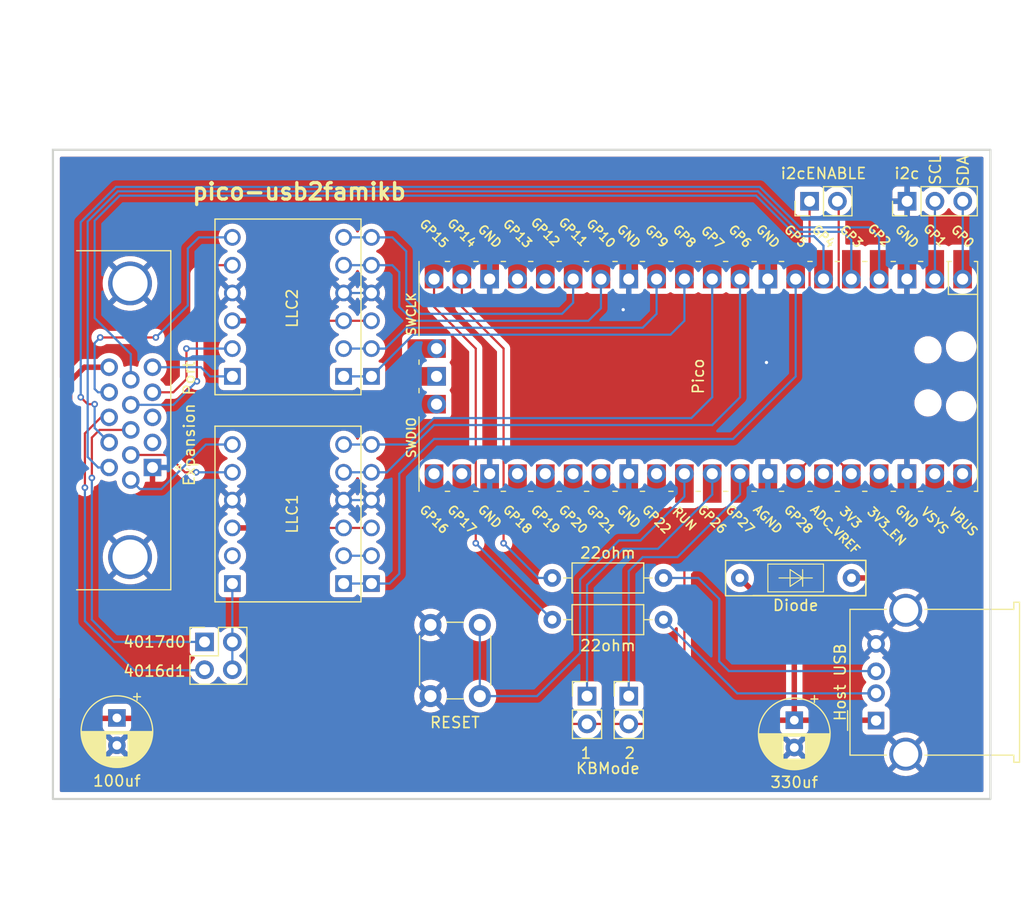
<source format=kicad_pcb>
(kicad_pcb (version 20221018) (generator pcbnew)
  (layers (0 "F.Cu" signal) (31 "B.Cu" signal) (34 "B.Paste" user) (35 "F.Paste" user) (36 "B.SilkS" user "B.Silkscreen") (37 "F.SilkS" user "F.Silkscreen") (38 "B.Mask" user) (39 "F.Mask" user) (44 "Edge.Cuts" user))
  (net 0 "")
  (net 1 "+5v")
  (net 2 "usb_d+")
  (net 3 "usb_d-")
  (net 4 "i2c1")
  (net 5 "i2c2")
  (net 6 "4016d1")
  (net 7 "4017d0")
  (net 8 "picod0d1")
  (net 9 "4017d1")
  (net 10 "4017d2")
  (net 11 "4017d3")
  (net 12 "4017d4")
  (net 13 "4017oe")
  (net 14 "fcout1")
  (net 15 "fcout2")
  (net 16 "fcout0")
  (net 17 "4016oe")
  (net 18 "fcd0d1")
  (net 19 "pico4017d1")
  (net 20 "pico4017d2")
  (net 21 "pico4017d3")
  (net 22 "pico4017d4")
  (net 23 "pico4017oe")
  (net 24 "pico4016oe")
  (net 25 "pico_usb_d+")
  (net 26 "pico_usb_d-")
  (net 27 "+3.3v")
  (net 28 "i2chosten")
  (net 29 "kbmode0")
  (net 30 "kbmode1")
  (net 31 "resetbtn")
  (net 32 "pico5v")
  (net 33 "GND")
  (net 34 "sparel2")
  (footprint "" (layer "F.Cu") (at 146.685 97.663)
    (fp_text reference "" (at 0 0) (layer "F.SilkS") (effects (font (size 1.27 1.27))))
    (fp_text value "" (at 0 0) (layer "F.SilkS") (effects (font (size 1.27 1.27))))
    (pad "LV2" thru_hole circle (at 0 0 180) (size 1.524 1.524) (drill 1.016) (layers "*.Cu" "*.Mask") (net 34 "sparel2"))
  )
  (footprint "" (layer "F.Cu") (at 146.685 78.74)
    (fp_text reference "" (at 0 0) (layer "F.SilkS") (effects (font (size 1.27 1.27))))
    (fp_text value "" (at 0 0) (layer "F.SilkS") (effects (font (size 1.27 1.27))))
    (pad "LV2" thru_hole circle (at 0 0 180) (size 1.524 1.524) (drill 1.016) (layers "*.Cu" "*.Mask") (net 22 "pico4017d4"))
  )
  (footprint "Capacitor_THT:CP_Radial_D6.3mm_P2.50mm" (layer "F.Cu") (at 123.444 112.482621 -90)
    (fp_text reference "100uf" (at 5.754379 0) (layer "F.SilkS"))
    (fp_text value "CP_Radial_D6.3mm_P2.50mm")
    (pad "1" thru_hole rect (at 0 0 270) (size 1.6 1.6) (drill 0.8) (layers "*.Cu" "*.Mask") (net 1 "+5v"))
    (pad "2" thru_hole circle (at 2.5 0 270) (size 1.6 1.6) (drill 0.8) (layers "*.Cu" "*.Mask") (net 33 "GND"))
  )
  (footprint "Diode_SMD:D_MELF-RM10_Universal_Handsoldering" (layer "F.Cu") (at 185.42 99.695 180)
    (fp_text reference "Diode" (at 0 -2.5) (layer "F.SilkS"))
    (fp_text value "D_MELF-RM10_Universal_Handsoldering")
    (pad "1" thru_hole circle (at -5.1 0 180) (size 1.6 1.6) (drill 0.8) (layers "*.Cu" "*.Mask") (net 32 "pico5v"))
    (pad "2" thru_hole circle (at 5.1 0) (size 1.6 1.6) (drill 0.8) (layers "*.Cu" "*.Mask") (net 1 "+5v"))
  )
  (footprint "Button_Switch_THT:SW_PUSH_6mm" (layer "F.Cu") (at 156.5804 103.9888 -90)
    (fp_text reference "RESET" (at 8.9142 2.2754) (layer "F.SilkS"))
    (fp_text value "SW_PUSH_6mm")
    (pad "1" thru_hole circle (at 0 0) (size 2 2) (drill 1.1) (layers "*.Cu" "*.Mask") (net 31 "resetbtn"))
    (pad "1" thru_hole circle (at 6.5 0) (size 2 2) (drill 1.1) (layers "*.Cu" "*.Mask") (net 31 "resetbtn"))
    (pad "2" thru_hole circle (at 0 4.5) (size 2 2) (drill 1.1) (layers "*.Cu" "*.Mask") (net 33 "GND"))
    (pad "2" thru_hole circle (at 6.5 4.5) (size 2 2) (drill 1.1) (layers "*.Cu" "*.Mask") (net 33 "GND"))
  )
  (footprint "" (layer "F.Cu") (at 146.685 76.2)
    (fp_text reference "" (at 0 0) (layer "F.SilkS") (effects (font (size 1.27 1.27))))
    (fp_text value "" (at 0 0) (layer "F.SilkS") (effects (font (size 1.27 1.27))))
    (pad "LV" thru_hole circle (at 0 0 180) (size 1.524 1.524) (drill 1.016) (layers "*.Cu" "*.Mask") (net 27 "+3.3v"))
  )
  (footprint "Connector_PinHeader_2.54mm:PinHeader_1x03_P2.54mm_Vertical" (layer "F.Cu") (at 195.595 65.278 90)
    (fp_text reference "i2c" (at 2.54 -0.015) (layer "F.SilkS"))
    (fp_text value "PinHeader_1x03_P2.54mm_Vertical")
    (pad "1" thru_hole rect (at 0 0 90) (size 1.7 1.7) (drill 1) (layers "*.Cu" "*.Mask") (net 33 "GND"))
    (pad "2" thru_hole oval (at 0 2.54 90) (size 1.7 1.7) (drill 1) (layers "*.Cu" "*.Mask") (net 5 "i2c2"))
    (pad "3" thru_hole oval (at 0 5.08 90) (size 1.7 1.7) (drill 1) (layers "*.Cu" "*.Mask") (net 4 "i2c1"))
  )
  (footprint "" (layer "F.Cu") (at 146.685 73.66)
    (fp_text reference "" (at 0 0) (layer "F.SilkS") (effects (font (size 1.27 1.27))))
    (fp_text value "" (at 0 0) (layer "F.SilkS") (effects (font (size 1.27 1.27))))
    (pad "GND_2" thru_hole circle (at 0 0 180) (size 1.524 1.524) (drill 1.016) (layers "*.Cu" "*.Mask") (net 33 "GND"))
  )
  (footprint "CustLibrary:CONV_BOB-12009" (layer "F.Cu") (at 139.065 93.853 180)
    (fp_text reference "LLC1" (at -0.381 0 90) (layer "F.SilkS"))
    (fp_text value "CONV_BOB-12009")
    (pad "GND_1" thru_hole circle (at 5.08 1.27 180) (size 1.524 1.524) (drill 1.016) (layers "*.Cu" "*.Mask") (net 33 "GND"))
    (pad "GND_2" thru_hole circle (at -5.08 1.27 180) (size 1.524 1.524) (drill 1.016) (layers "*.Cu" "*.Mask") (net 33 "GND"))
    (pad "HV" thru_hole circle (at 5.08 -1.27 180) (size 1.524 1.524) (drill 1.016) (layers "*.Cu" "*.Mask") (net 1 "+5v"))
    (pad "HV1" thru_hole rect (at 5.08 -6.35 180) (size 1.524 1.524) (drill 1.016) (layers "*.Cu" "*.Mask") (net 18 "fcd0d1"))
    (pad "HV2" thru_hole circle (at 5.08 -3.81 180) (size 1.524 1.524) (drill 1.016) (layers "*.Cu" "*.Mask"))
    (pad "HV3" thru_hole circle (at 5.08 3.81 180) (size 1.524 1.524) (drill 1.016) (layers "*.Cu" "*.Mask") (net 9 "4017d1"))
    (pad "HV4" thru_hole circle (at 5.08 6.35 180) (size 1.524 1.524) (drill 1.016) (layers "*.Cu" "*.Mask") (net 10 "4017d2"))
    (pad "LV" thru_hole circle (at -5.08 -1.27 180) (size 1.524 1.524) (drill 1.016) (layers "*.Cu" "*.Mask") (net 27 "+3.3v"))
    (pad "LV1" thru_hole rect (at -5.08 -6.35 180) (size 1.524 1.524) (drill 1.016) (layers "*.Cu" "*.Mask") (net 8 "picod0d1"))
    (pad "LV2" thru_hole circle (at -5.08 -3.81 180) (size 1.524 1.524) (drill 1.016) (layers "*.Cu" "*.Mask") (net 34 "sparel2"))
    (pad "LV3" thru_hole circle (at -5.08 3.81 180) (size 1.524 1.524) (drill 1.016) (layers "*.Cu" "*.Mask") (net 19 "pico4017d1"))
    (pad "LV4" thru_hole circle (at -5.08 6.35 180) (size 1.524 1.524) (drill 1.016) (layers "*.Cu" "*.Mask") (net 20 "pico4017d2"))
  )
  (footprint "" (layer "F.Cu") (at 146.685 81.28)
    (fp_text reference "" (at 0 0) (layer "F.SilkS") (effects (font (size 1.27 1.27))))
    (fp_text value "" (at 0 0) (layer "F.SilkS") (effects (font (size 1.27 1.27))))
    (pad "LV1" thru_hole rect (at 0 0 180) (size 1.524 1.524) (drill 1.016) (layers "*.Cu" "*.Mask") (net 21 "pico4017d3"))
  )
  (footprint "Capacitor_THT:CP_Radial_D6.3mm_P2.50mm" (layer "F.Cu") (at 185.293 112.689 -90)
    (fp_text reference "330uf" (at 5.675 0) (layer "F.SilkS"))
    (fp_text value "CP_Radial_D6.3mm_P2.50mm")
    (pad "1" thru_hole rect (at 0 0 270) (size 1.6 1.6) (drill 0.8) (layers "*.Cu" "*.Mask") (net 1 "+5v"))
    (pad "2" thru_hole circle (at 2.5 0 270) (size 1.6 1.6) (drill 0.8) (layers "*.Cu" "*.Mask") (net 33 "GND"))
  )
  (footprint "Connector_PinHeader_2.54mm:PinHeader_2x02_P2.54mm_Vertical" (layer "F.Cu") (at 131.445 105.537)
    (fp_text reference "4017d0" (at -4.572 0) (layer "F.SilkS"))
    (fp_text value "PinHeader_2x02_P2.54mm_Vertical")
    (pad "1" thru_hole rect (at 0 0) (size 1.7 1.7) (drill 1) (layers "*.Cu" "*.Mask") (net 7 "4017d0"))
    (pad "2" thru_hole oval (at 2.54 0) (size 1.7 1.7) (drill 1) (layers "*.Cu" "*.Mask") (net 18 "fcd0d1"))
    (pad "3" thru_hole oval (at 0 2.54) (size 1.7 1.7) (drill 1) (layers "*.Cu" "*.Mask") (net 6 "4016d1"))
    (pad "4" thru_hole oval (at 2.54 2.54) (size 1.7 1.7) (drill 1) (layers "*.Cu" "*.Mask") (net 18 "fcd0d1"))
  )
  (footprint "Connector_USB:USB_A_Molex_67643_Horizontal" (layer "F.Cu") (at 192.76 112.72 90)
    (fp_text reference "Host USB" (at 3.5 -3.276 90) (layer "F.SilkS"))
    (fp_text value "USB_A_Molex_67643_Horizontal")
    (pad "1" thru_hole rect (at 0 0 90) (size 1.6 1.5) (drill 0.95) (layers "*.Cu" "*.Mask") (net 1 "+5v"))
    (pad "2" thru_hole circle (at 2.5 0 90) (size 1.6 1.6) (drill 0.95) (layers "*.Cu" "*.Mask") (net 3 "usb_d-"))
    (pad "3" thru_hole circle (at 4.5 0 90) (size 1.6 1.6) (drill 0.95) (layers "*.Cu" "*.Mask") (net 2 "usb_d+"))
    (pad "4" thru_hole circle (at 7 0 90) (size 1.6 1.6) (drill 0.95) (layers "*.Cu" "*.Mask") (net 33 "GND"))
    (pad "5" thru_hole circle (at -3.07 2.71 90) (size 3 3) (drill 2.3) (layers "*.Cu" "*.Mask") (net 33 "GND"))
    (pad "5" thru_hole circle (at 10.07 2.71 90) (size 3 3) (drill 2.3) (layers "*.Cu" "*.Mask") (net 33 "GND"))
  )
  (footprint "" (layer "F.Cu") (at 146.685 87.503)
    (fp_text reference "" (at 0 0) (layer "F.SilkS") (effects (font (size 1.27 1.27))))
    (fp_text value "" (at 0 0) (layer "F.SilkS") (effects (font (size 1.27 1.27))))
    (pad "LV4" thru_hole circle (at 0 0 180) (size 1.524 1.524) (drill 1.016) (layers "*.Cu" "*.Mask") (net 20 "pico4017d2"))
  )
  (footprint "Connector_PinHeader_2.54mm:PinHeader_1x02_P2.54mm_Vertical" (layer "F.Cu") (at 186.69 65.278 90)
    (fp_text reference "i2cENABLE" (at 2.54 1.27) (layer "F.SilkS"))
    (fp_text value "PinHeader_1x02_P2.54mm_Vertical")
    (pad "1" thru_hole rect (at 0 0 90) (size 1.7 1.7) (drill 1) (layers "*.Cu" "*.Mask") (net 28 "i2chosten"))
    (pad "2" thru_hole oval (at 0 2.54 90) (size 1.7 1.7) (drill 1) (layers "*.Cu" "*.Mask") (net 27 "+3.3v"))
  )
  (footprint "Resistor_THT:R_Axial_DIN0207_L6.3mm_D2.5mm_P10.16mm_Horizontal" (layer "F.Cu") (at 173.355 99.695 180)
    (fp_text reference "22ohm" (at 5.08 2.286) (layer "F.SilkS"))
    (fp_text value "R_Axial_DIN0207_L6.3mm_D2.5mm_P10.16mm_Horizontal")
    (pad "1" thru_hole circle (at 0 0 180) (size 1.6 1.6) (drill 0.8) (layers "*.Cu" "*.Mask") (net 2 "usb_d+"))
    (pad "2" thru_hole oval (at 10.16 0 180) (size 1.6 1.6) (drill 0.8) (layers "*.Cu" "*.Mask") (net 25 "pico_usb_d+"))
  )
  (footprint "" (layer "F.Cu") (at 146.685 95.123)
    (fp_text reference "" (at 0 0) (layer "F.SilkS") (effects (font (size 1.27 1.27))))
    (fp_text value "" (at 0 0) (layer "F.SilkS") (effects (font (size 1.27 1.27))))
    (pad "LV" thru_hole circle (at 0 0 180) (size 1.524 1.524) (drill 1.016) (layers "*.Cu" "*.Mask") (net 27 "+3.3v"))
  )
  (footprint "CustLibrary:CONV_BOB-12009" (layer "F.Cu") (at 139.065 74.93 180)
    (fp_text reference "LLC2" (at -0.381 -0.127 90) (layer "F.SilkS"))
    (fp_text value "CONV_BOB-12009")
    (pad "GND_1" thru_hole circle (at 5.08 1.27 180) (size 1.524 1.524) (drill 1.016) (layers "*.Cu" "*.Mask") (net 33 "GND"))
    (pad "GND_2" thru_hole circle (at -5.08 1.27 180) (size 1.524 1.524) (drill 1.016) (layers "*.Cu" "*.Mask") (net 33 "GND"))
    (pad "HV" thru_hole circle (at 5.08 -1.27 180) (size 1.524 1.524) (drill 1.016) (layers "*.Cu" "*.Mask") (net 1 "+5v"))
    (pad "HV1" thru_hole rect (at 5.08 -6.35 180) (size 1.524 1.524) (drill 1.016) (layers "*.Cu" "*.Mask") (net 11 "4017d3"))
    (pad "HV2" thru_hole circle (at 5.08 -3.81 180) (size 1.524 1.524) (drill 1.016) (layers "*.Cu" "*.Mask") (net 12 "4017d4"))
    (pad "HV3" thru_hole circle (at 5.08 3.81 180) (size 1.524 1.524) (drill 1.016) (layers "*.Cu" "*.Mask") (net 13 "4017oe"))
    (pad "HV4" thru_hole circle (at 5.08 6.35 180) (size 1.524 1.524) (drill 1.016) (layers "*.Cu" "*.Mask") (net 17 "4016oe"))
    (pad "LV" thru_hole circle (at -5.08 -1.27 180) (size 1.524 1.524) (drill 1.016) (layers "*.Cu" "*.Mask") (net 27 "+3.3v"))
    (pad "LV1" thru_hole rect (at -5.08 -6.35 180) (size 1.524 1.524) (drill 1.016) (layers "*.Cu" "*.Mask") (net 21 "pico4017d3"))
    (pad "LV2" thru_hole circle (at -5.08 -3.81 180) (size 1.524 1.524) (drill 1.016) (layers "*.Cu" "*.Mask") (net 22 "pico4017d4"))
    (pad "LV3" thru_hole circle (at -5.08 3.81 180) (size 1.524 1.524) (drill 1.016) (layers "*.Cu" "*.Mask") (net 23 "pico4017oe"))
    (pad "LV4" thru_hole circle (at -5.08 6.35 180) (size 1.524 1.524) (drill 1.016) (layers "*.Cu" "*.Mask") (net 24 "pico4016oe"))
  )
  (footprint "" (layer "F.Cu") (at 146.685 68.58)
    (fp_text reference "" (at 0 0) (layer "F.SilkS") (effects (font (size 1.27 1.27))))
    (fp_text value "" (at 0 0) (layer "F.SilkS") (effects (font (size 1.27 1.27))))
    (pad "LV4" thru_hole circle (at 0 0 180) (size 1.524 1.524) (drill 1.016) (layers "*.Cu" "*.Mask") (net 24 "pico4016oe"))
  )
  (footprint "Connector_Dsub:DSUB-15-HD_Female_Horizontal_P2.29x1.98mm_EdgePinOffset3.03mm_Housed_MountingHolesOffset4.94mm" (layer "F.Cu") (at 126.6952 89.6018 -90)
    (fp_text reference "Expansion Port" (at -4.0038 -3.3528 90) (layer "F.SilkS"))
    (fp_text value "DSUB-15-HD_Female_Horizontal_P2.29x1.98mm_EdgePinOffset3.03mm_Housed_MountingHolesOffset4.94mm")
    (pad "0" thru_hole circle (at -16.815 2.05 270) (size 4 4) (drill 3.2) (layers "*.Cu" "*.Mask") (net 33 "GND"))
    (pad "0" thru_hole circle (at 8.185 2.05 270) (size 4 4) (drill 3.2) (layers "*.Cu" "*.Mask") (net 33 "GND"))
    (pad "1" thru_hole rect (at 0 0 270) (size 1.6 1.6) (drill 1) (layers "*.Cu" "*.Mask") (net 33 "GND"))
    (pad "2" thru_hole circle (at -2.29 0 270) (size 1.6 1.6) (drill 1) (layers "*.Cu" "*.Mask"))
    (pad "3" thru_hole circle (at -4.58 0 270) (size 1.6 1.6) (drill 1) (layers "*.Cu" "*.Mask"))
    (pad "4" thru_hole circle (at -6.87 0 270) (size 1.6 1.6) (drill 1) (layers "*.Cu" "*.Mask") (net 12 "4017d4"))
    (pad "5" thru_hole circle (at -9.16 0 270) (size 1.6 1.6) (drill 1) (layers "*.Cu" "*.Mask") (net 11 "4017d3"))
    (pad "6" thru_hole circle (at 1.145 1.98 270) (size 1.6 1.6) (drill 1) (layers "*.Cu" "*.Mask") (net 10 "4017d2"))
    (pad "7" thru_hole circle (at -1.145 1.98 270) (size 1.6 1.6) (drill 1) (layers "*.Cu" "*.Mask") (net 9 "4017d1"))
    (pad "8" thru_hole circle (at -3.435 1.98 270) (size 1.6 1.6) (drill 1) (layers "*.Cu" "*.Mask") (net 7 "4017d0"))
    (pad "9" thru_hole circle (at -5.725 1.98 270) (size 1.6 1.6) (drill 1) (layers "*.Cu" "*.Mask") (net 13 "4017oe"))
    (pad "10" thru_hole circle (at -8.015 1.98 270) (size 1.6 1.6) (drill 1) (layers "*.Cu" "*.Mask") (net 15 "fcout2"))
    (pad "11" thru_hole circle (at 0 3.96 270) (size 1.6 1.6) (drill 1) (layers "*.Cu" "*.Mask") (net 14 "fcout1"))
    (pad "12" thru_hole circle (at -2.29 3.96 270) (size 1.6 1.6) (drill 1) (layers "*.Cu" "*.Mask") (net 16 "fcout0"))
    (pad "13" thru_hole circle (at -4.58 3.96 270) (size 1.6 1.6) (drill 1) (layers "*.Cu" "*.Mask") (net 6 "4016d1"))
    (pad "14" thru_hole circle (at -6.87 3.96 270) (size 1.6 1.6) (drill 1) (layers "*.Cu" "*.Mask") (net 17 "4016oe"))
    (pad "15" thru_hole circle (at -9.16 3.96 270) (size 1.6 1.6) (drill 1) (layers "*.Cu" "*.Mask") (net 1 "+5v"))
  )
  (footprint "" (layer "F.Cu") (at 146.685 71.12)
    (fp_text reference "" (at 0 0) (layer "F.SilkS") (effects (font (size 1.27 1.27))))
    (fp_text value "" (at 0 0) (layer "F.SilkS") (effects (font (size 1.27 1.27))))
    (pad "LV3" thru_hole circle (at 0 0 180) (size 1.524 1.524) (drill 1.016) (layers "*.Cu" "*.Mask") (net 23 "pico4017oe"))
  )
  (footprint "Resistor_THT:R_Axial_DIN0207_L6.3mm_D2.5mm_P10.16mm_Horizontal" (layer "F.Cu") (at 173.355 103.505 180)
    (fp_text reference "22ohm" (at 5.08 -2.37) (layer "F.SilkS"))
    (fp_text value "R_Axial_DIN0207_L6.3mm_D2.5mm_P10.16mm_Horizontal")
    (pad "1" thru_hole circle (at 0 0 180) (size 1.6 1.6) (drill 0.8) (layers "*.Cu" "*.Mask") (net 3 "usb_d-"))
    (pad "2" thru_hole oval (at 10.16 0 180) (size 1.6 1.6) (drill 0.8) (layers "*.Cu" "*.Mask") (net 26 "pico_usb_d-"))
  )
  (footprint "Connector_PinHeader_2.54mm:PinHeader_1x02_P2.54mm_Vertical" (layer "F.Cu") (at 170.18 110.49)
    (fp_text reference "1    2" (at -1.905 5.207) (layer "F.SilkS"))
    (fp_text value "PinHeader_1x02_P2.54mm_Vertical")
    (pad "1" thru_hole rect (at 0 0) (size 1.7 1.7) (drill 1) (layers "*.Cu" "*.Mask") (net 30 "kbmode1"))
    (pad "2" thru_hole oval (at 0 2.54) (size 1.7 1.7) (drill 1) (layers "*.Cu" "*.Mask") (net 27 "+3.3v"))
  )
  (footprint "Module:RPi_Pico_SMD_TH" (layer "F.Cu") (at 176.53 81.28 -90)
    (fp_text reference "Pico" (at 0 0 90) (layer "F.SilkS"))
    (fp_text value "RPi_Pico_SMD_TH")
    (fp_text user "GP9" (at -12.8 3.81 135) (layer "F.SilkS") (effects (font (size 0.8 0.8))))
    (fp_text user "GND" (at 12.8 -19.05 135) (layer "F.SilkS") (effects (font (size 0.8 0.8))))
    (fp_text user "GP22" (at 13.054 3.81 135) (layer "F.SilkS") (effects (font (size 0.8 0.8))))
    (fp_text user "AGND" (at 13.054 -6.35 135) (layer "F.SilkS") (effects (font (size 0.8 0.8))))
    (fp_text user "GP13" (at -13.054 16.51 135) (layer "F.SilkS") (effects (font (size 0.8 0.8))))
    (fp_text user "GP5" (at -12.8 -8.89 135) (layer "F.SilkS") (effects (font (size 0.8 0.8))))
    (fp_text user "GP6" (at -12.8 -3.81 135) (layer "F.SilkS") (effects (font (size 0.8 0.8))))
    (fp_text user "GP2" (at -12.9 -16.51 135) (layer "F.SilkS") (effects (font (size 0.8 0.8))))
    (fp_text user "GP4" (at -12.8 -11.43 135) (layer "F.SilkS") (effects (font (size 0.8 0.8))))
    (fp_text user "GP8" (at -12.8 1.27 135) (layer "F.SilkS") (effects (font (size 0.8 0.8))))
    (fp_text user "GND" (at 12.8 6.35 135) (layer "F.SilkS") (effects (font (size 0.8 0.8))))
    (fp_text user "GP10" (at -13.054 8.89 135) (layer "F.SilkS") (effects (font (size 0.8 0.8))))
    (fp_text user "GP19" (at 13.054 13.97 135) (layer "F.SilkS") (effects (font (size 0.8 0.8))))
    (fp_text user "GP12" (at -13.2 13.97 135) (layer "F.SilkS") (effects (font (size 0.8 0.8))))
    (fp_text user "VSYS" (at 13.2 -21.59 135) (layer "F.SilkS") (effects (font (size 0.8 0.8))))
    (fp_text user "GP0" (at -12.8 -24.13 135) (layer "F.SilkS") (effects (font (size 0.8 0.8))))
    (fp_text user "GP14" (at -13.1 21.59 135) (layer "F.SilkS") (effects (font (size 0.8 0.8))))
    (fp_text user "GP26" (at 13.054 -1.27 135) (layer "F.SilkS") (effects (font (size 0.8 0.8))))
    (fp_text user "SWCLK" (at -5.7 26.2 90) (layer "F.SilkS") (effects (font (size 0.8 0.8))))
    (fp_text user "VBUS" (at 13.3 -24.2 135) (layer "F.SilkS") (effects (font (size 0.8 0.8))))
    (fp_text user "ADC_VREF" (at 14 -12.5 135) (layer "F.SilkS") (effects (font (size 0.8 0.8))))
    (fp_text user "3V3" (at 12.9 -13.9 135) (layer "F.SilkS") (effects (font (size 0.8 0.8))))
    (fp_text user "GND" (at 12.8 19.05 135) (layer "F.SilkS") (effects (font (size 0.8 0.8))))
    (fp_text user "GND" (at -12.8 -19.05 135) (layer "F.SilkS") (effects (font (size 0.8 0.8))))
    (fp_text user "GP16" (at 13.054 24.13 135) (layer "F.SilkS") (effects (font (size 0.8 0.8))))
    (fp_text user "GP20" (at 13.054 11.43 135) (layer "F.SilkS") (effects (font (size 0.8 0.8))))
    (fp_text user "GP7" (at -12.7 -1.3 135) (layer "F.SilkS") (effects (font (size 0.8 0.8))))
    (fp_text user "GP21" (at 13.054 8.9 135) (layer "F.SilkS") (effects (font (size 0.8 0.8))))
    (fp_text user "GP11" (at -13.2 11.43 135) (layer "F.SilkS") (effects (font (size 0.8 0.8))))
    (fp_text user "GP1" (at -12.9 -21.6 135) (layer "F.SilkS") (effects (font (size 0.8 0.8))))
    (fp_text user "3V3_EN" (at 13.7 -17.2 135) (layer "F.SilkS") (effects (font (size 0.8 0.8))))
    (fp_text user "RUN" (at 13 1.27 135) (layer "F.SilkS") (effects (font (size 0.8 0.8))))
    (fp_text user "GND" (at -12.8 19.05 135) (layer "F.SilkS") (effects (font (size 0.8 0.8))))
    (fp_text user "GP18" (at 13.054 16.51 135) (layer "F.SilkS") (effects (font (size 0.8 0.8))))
    (fp_text user "GND" (at -12.8 6.35 135) (layer "F.SilkS") (effects (font (size 0.8 0.8))))
    (fp_text user "SWDIO" (at 5.6 26.2 90) (layer "F.SilkS") (effects (font (size 0.8 0.8))))
    (fp_text user "GP3" (at -12.8 -13.97 135) (layer "F.SilkS") (effects (font (size 0.8 0.8))))
    (fp_text user "GP15" (at -13.054 24.13 135) (layer "F.SilkS") (effects (font (size 0.8 0.8))))
    (fp_text user "GP17" (at 13.054 21.59 135) (layer "F.SilkS") (effects (font (size 0.8 0.8))))
    (fp_text user "GND" (at -12.8 -6.35 135) (layer "F.SilkS") (effects (font (size 0.8 0.8))))
    (fp_text user "GP28" (at 13.054 -9.144 135) (layer "F.SilkS") (effects (font (size 0.8 0.8))))
    (fp_text user "GP27" (at 13.054 -3.8 135) (layer "F.SilkS") (effects (font (size 0.8 0.8))))
    (pad "" np_thru_hole oval (at -2.725 -24 270) (size 1.8 1.8) (drill 1.8) (layers "*.Cu" "*.Mask"))
    (pad "" np_thru_hole oval (at -2.425 -20.97 270) (size 1.5 1.5) (drill 1.5) (layers "*.Cu" "*.Mask"))
    (pad "" np_thru_hole oval (at 2.425 -20.97 270) (size 1.5 1.5) (drill 1.5) (layers "*.Cu" "*.Mask"))
    (pad "" np_thru_hole oval (at 2.725 -24 270) (size 1.8 1.8) (drill 1.8) (layers "*.Cu" "*.Mask"))
    (pad "1" thru_hole oval (at -8.89 -24.13 270) (size 1.7 1.7) (drill 1.02) (layers "*.Cu" "*.Mask") (net 4 "i2c1"))
    (pad "1" smd rect (at -8.89 -24.13 270) (size 3.5 1.7) (drill (offset -0.9 0)) (layers "F.Cu" "F.Mask") (net 4 "i2c1"))
    (pad "2" thru_hole oval (at -8.89 -21.59 270) (size 1.7 1.7) (drill 1.02) (layers "*.Cu" "*.Mask") (net 5 "i2c2"))
    (pad "2" smd rect (at -8.89 -21.59 270) (size 3.5 1.7) (drill (offset -0.9 0)) (layers "F.Cu" "F.Mask") (net 5 "i2c2"))
    (pad "3" thru_hole rect (at -8.89 -19.05 270) (size 1.7 1.7) (drill 1.02) (layers "*.Cu" "*.Mask") (net 33 "GND"))
    (pad "3" smd rect (at -8.89 -19.05 270) (size 3.5 1.7) (drill (offset -0.9 0)) (layers "F.Cu" "F.Mask") (net 33 "GND"))
    (pad "4" thru_hole oval (at -8.89 -16.51 270) (size 1.7 1.7) (drill 1.02) (layers "*.Cu" "*.Mask") (net 16 "fcout0"))
    (pad "4" smd rect (at -8.89 -16.51 270) (size 3.5 1.7) (drill (offset -0.9 0)) (layers "F.Cu" "F.Mask") (net 16 "fcout0"))
    (pad "5" thru_hole oval (at -8.89 -13.97 270) (size 1.7 1.7) (drill 1.02) (layers "*.Cu" "*.Mask") (net 14 "fcout1"))
    (pad "5" smd rect (at -8.89 -13.97 270) (size 3.5 1.7) (drill (offset -0.9 0)) (layers "F.Cu" "F.Mask") (net 14 "fcout1"))
    (pad "6" thru_hole oval (at -8.89 -11.43 270) (size 1.7 1.7) (drill 1.02) (layers "*.Cu" "*.Mask") (net 15 "fcout2"))
    (pad "6" smd rect (at -8.89 -11.43 270) (size 3.5 1.7) (drill (offset -0.9 0)) (layers "F.Cu" "F.Mask") (net 15 "fcout2"))
    (pad "7" thru_hole oval (at -8.89 -8.89 270) (size 1.7 1.7) (drill 1.02) (layers "*.Cu" "*.Mask") (net 8 "picod0d1"))
    (pad "7" smd rect (at -8.89 -8.89 270) (size 3.5 1.7) (drill (offset -0.9 0)) (layers "F.Cu" "F.Mask") (net 8 "picod0d1"))
    (pad "8" thru_hole rect (at -8.89 -6.35 270) (size 1.7 1.7) (drill 1.02) (layers "*.Cu" "*.Mask") (net 33 "GND"))
    (pad "8" smd rect (at -8.89 -6.35 270) (size 3.5 1.7) (drill (offset -0.9 0)) (layers "F.Cu" "F.Mask") (net 33 "GND"))
    (pad "9" thru_hole oval (at -8.89 -3.81 270) (size 1.7 1.7) (drill 1.02) (layers "*.Cu" "*.Mask") (net 19 "pico4017d1"))
    (pad "9" smd rect (at -8.89 -3.81 270) (size 3.5 1.7) (drill (offset -0.9 0)) (layers "F.Cu" "F.Mask"))
    (pad "10" thru_hole oval (at -8.89 -1.27 270) (size 1.7 1.7) (drill 1.02) (layers "*.Cu" "*.Mask") (net 20 "pico4017d2"))
    (pad "10" smd rect (at -8.89 -1.27 270) (size 3.5 1.7) (drill (offset -0.9 0)) (layers "F.Cu" "F.Mask"))
    (pad "11" thru_hole oval (at -8.89 1.27 270) (size 1.7 1.7) (drill 1.02) (layers "*.Cu" "*.Mask") (net 21 "pico4017d3"))
    (pad "11" smd rect (at -8.89 1.27 270) (size 3.5 1.7) (drill (offset -0.9 0)) (layers "F.Cu" "F.Mask"))
    (pad "12" thru_hole oval (at -8.89 3.81 270) (size 1.7 1.7) (drill 1.02) (layers "*.Cu" "*.Mask") (net 22 "pico4017d4"))
    (pad "12" smd rect (at -8.89 3.81 270) (size 3.5 1.7) (drill (offset -0.9 0)) (layers "F.Cu" "F.Mask"))
    (pad "13" thru_hole rect (at -8.89 6.35 270) (size 1.7 1.7) (drill 1.02) (layers "*.Cu" "*.Mask") (net 33 "GND"))
    (pad "13" smd rect (at -8.89 6.35 270) (size 3.5 1.7) (drill (offset -0.9 0)) (layers "F.Cu" "F.Mask") (net 33 "GND"))
    (pad "14" thru_hole oval (at -8.89 8.89 270) (size 1.7 1.7) (drill 1.02) (layers "*.Cu" "*.Mask") (net 23 "pico4017oe"))
    (pad "14" smd rect (at -8.89 8.89 270) (size 3.5 1.7) (drill (offset -0.9 0)) (layers "F.Cu" "F.Mask"))
    (pad "15" thru_hole oval (at -8.89 11.43 270) (size 1.7 1.7) (drill 1.02) (layers "*.Cu" "*.Mask") (net 24 "pico4016oe"))
    (pad "15" smd rect (at -8.89 11.43 270) (size 3.5 1.7) (drill (offset -0.9 0)) (layers "F.Cu" "F.Mask"))
    (pad "16" thru_hole oval (at -8.89 13.97 270) (size 1.7 1.7) (drill 1.02) (layers "*.Cu" "*.Mask"))
    (pad "16" smd rect (at -8.89 13.97 270) (size 3.5 1.7) (drill (offset -0.9 0)) (layers "F.Cu" "F.Mask"))
    (pad "17" thru_hole oval (at -8.89 16.51 270) (size 1.7 1.7) (drill 1.02) (layers "*.Cu" "*.Mask"))
    (pad "17" smd rect (at -8.89 16.51 270) (size 3.5 1.7) (drill (offset -0.9 0)) (layers "F.Cu" "F.Mask"))
    (pad "18" thru_hole rect (at -8.89 19.05 270) (size 1.7 1.7) (drill 1.02) (layers "*.Cu" "*.Mask") (net 33 "GND"))
    (pad "18" smd rect (at -8.89 19.05 270) (size 3.5 1.7) (drill (offset -0.9 0)) (layers "F.Cu" "F.Mask") (net 33 "GND"))
    (pad "19" thru_hole oval (at -8.89 21.59 270) (size 1.7 1.7) (drill 1.02) (layers "*.Cu" "*.Mask") (net 25 "pico_usb_d+"))
    (pad "19" smd rect (at -8.89 21.59 270) (size 3.5 1.7) (drill (offset -0.9 0)) (layers "F.Cu" "F.Mask") (net 25 "pico_usb_d+"))
    (pad "20" thru_hole oval (at -8.89 24.13 270) (size 1.7 1.7) (drill 1.02) (layers "*.Cu" "*.Mask") (net 26 "pico_usb_d-"))
    (pad "20" smd rect (at -8.89 24.13 270) (size 3.5 1.7) (drill (offset -0.9 0)) (layers "F.Cu" "F.Mask") (net 26 "pico_usb_d-"))
    (pad "21" thru_hole oval (at 8.89 24.13 270) (size 1.7 1.7) (drill 1.02) (layers "*.Cu" "*.Mask"))
    (pad "21" smd rect (at 8.89 24.13 270) (size 3.5 1.7) (drill (offset 0.9 0)) (layers "F.Cu" "F.Mask"))
    (pad "22" thru_hole oval (at 8.89 21.59 270) (size 1.7 1.7) (drill 1.02) (layers "*.Cu" "*.Mask"))
    (pad "22" smd rect (at 8.89 21.59 270) (size 3.5 1.7) (drill (offset 0.9 0)) (layers "F.Cu" "F.Mask"))
    (pad "23" thru_hole rect (at 8.89 19.05 270) (size 1.7 1.7) (drill 1.02) (layers "*.Cu" "*.Mask") (net 33 "GND"))
    (pad "23" smd rect (at 8.89 19.05 270) (size 3.5 1.7) (drill (offset 0.9 0)) (layers "F.Cu" "F.Mask") (net 33 "GND"))
    (pad "24" thru_hole oval (at 8.89 16.51 270) (size 1.7 1.7) (drill 1.02) (layers "*.Cu" "*.Mask"))
    (pad "24" smd rect (at 8.89 16.51 270) (size 3.5 1.7) (drill (offset 0.9 0)) (layers "F.Cu" "F.Mask"))
    (pad "25" thru_hole oval (at 8.89 13.97 270) (size 1.7 1.7) (drill 1.02) (layers "*.Cu" "*.Mask"))
    (pad "25" smd rect (at 8.89 13.97 270) (size 3.5 1.7) (drill (offset 0.9 0)) (layers "F.Cu" "F.Mask"))
    (pad "26" thru_hole oval (at 8.89 11.43 270) (size 1.7 1.7) (drill 1.02) (layers "*.Cu" "*.Mask"))
    (pad "26" smd rect (at 8.89 11.43 270) (size 3.5 1.7) (drill (offset 0.9 0)) (layers "F.Cu" "F.Mask"))
    (pad "27" thru_hole oval (at 8.89 8.89 270) (size 1.7 1.7) (drill 1.02) (layers "*.Cu" "*.Mask"))
    (pad "27" smd rect (at 8.89 8.89 270) (size 3.5 1.7) (drill (offset 0.9 0)) (layers "F.Cu" "F.Mask"))
    (pad "28" thru_hole rect (at 8.89 6.35 270) (size 1.7 1.7) (drill 1.02) (layers "*.Cu" "*.Mask") (net 33 "GND"))
    (pad "28" smd rect (at 8.89 6.35 270) (size 3.5 1.7) (drill (offset 0.9 0)) (layers "F.Cu" "F.Mask") (net 33 "GND"))
    (pad "29" thru_hole oval (at 8.89 3.81 270) (size 1.7 1.7) (drill 1.02) (layers "*.Cu" "*.Mask"))
    (pad "29" smd rect (at 8.89 3.81 270) (size 3.5 1.7) (drill (offset 0.9 0)) (layers "F.Cu" "F.Mask"))
    (pad "30" thru_hole oval (at 8.89 1.27 270) (size 1.7 1.7) (drill 1.02) (layers "*.Cu" "*.Mask") (net 31 "resetbtn"))
    (pad "30" smd rect (at 8.89 1.27 270) (size 3.5 1.7) (drill (offset 0.9 0)) (layers "F.Cu" "F.Mask") (net 31 "resetbtn"))
    (pad "31" thru_hole oval (at 8.89 -1.27 270) (size 1.7 1.7) (drill 1.02) (layers "*.Cu" "*.Mask") (net 29 "kbmode0"))
    (pad "31" smd rect (at 8.89 -1.27 270) (size 3.5 1.7) (drill (offset 0.9 0)) (layers "F.Cu" "F.Mask") (net 29 "kbmode0"))
    (pad "32" thru_hole oval (at 8.89 -3.81 270) (size 1.7 1.7) (drill 1.02) (layers "*.Cu" "*.Mask") (net 30 "kbmode1"))
    (pad "32" smd rect (at 8.89 -3.81 270) (size 3.5 1.7) (drill (offset 0.9 0)) (layers "F.Cu" "F.Mask") (net 30 "kbmode1"))
    (pad "33" thru_hole rect (at 8.89 -6.35 270) (size 1.7 1.7) (drill 1.02) (layers "*.Cu" "*.Mask") (net 33 "GND"))
    (pad "33" smd rect (at 8.89 -6.35 270) (size 3.5 1.7) (drill (offset 0.9 0)) (layers "F.Cu" "F.Mask"))
    (pad "34" thru_hole oval (at 8.89 -8.89 270) (size 1.7 1.7) (drill 1.02) (layers "*.Cu" "*.Mask") (net 28 "i2chosten"))
    (pad "34" smd rect (at 8.89 -8.89 270) (size 3.5 1.7) (drill (offset 0.9 0)) (layers "F.Cu" "F.Mask") (net 28 "i2chosten"))
    (pad "35" thru_hole oval (at 8.89 -11.43 270) (size 1.7 1.7) (drill 1.02) (layers "*.Cu" "*.Mask"))
    (pad "35" smd rect (at 8.89 -11.43 270) (size 3.5 1.7) (drill (offset 0.9 0)) (layers "F.Cu" "F.Mask"))
    (pad "36" thru_hole oval (at 8.89 -13.97 270) (size 1.7 1.7) (drill 1.02) (layers "*.Cu" "*.Mask") (net 27 "+3.3v"))
    (pad "36" smd rect (at 8.89 -13.97 270) (size 3.5 1.7) (drill (offset 0.9 0)) (layers "F.Cu" "F.Mask") (net 27 "+3.3v"))
    (pad "37" thru_hole oval (at 8.89 -16.51 270) (size 1.7 1.7) (drill 1.02) (layers "*.Cu" "*.Mask"))
    (pad "37" smd rect (at 8.89 -16.51 270) (size 3.5 1.7) (drill (offset 0.9 0)) (layers "F.Cu" "F.Mask"))
    (pad "38" thru_hole rect (at 8.89 -19.05 270) (size 1.7 1.7) (drill 1.02) (layers "*.Cu" "*.Mask") (net 33 "GND"))
    (pad "38" smd rect (at 8.89 -19.05 270) (size 3.5 1.7) (drill (offset 0.9 0)) (layers "F.Cu" "F.Mask") (net 33 "GND"))
    (pad "39" thru_hole oval (at 8.89 -21.59 270) (size 1.7 1.7) (drill 1.02) (layers "*.Cu" "*.Mask") (net 32 "pico5v"))
    (pad "39" smd rect (at 8.89 -21.59 270) (size 3.5 1.7) (drill (offset 0.9 0)) (layers "F.Cu" "F.Mask") (net 32 "pico5v"))
    (pad "40" thru_hole oval (at 8.89 -24.13 270) (size 1.7 1.7) (drill 1.02) (layers "*.Cu" "*.Mask"))
    (pad "40" smd rect (at 8.89 -24.13 270) (size 3.5 1.7) (drill (offset 0.9 0)) (layers "F.Cu" "F.Mask"))
    (pad "41" thru_hole oval (at -2.54 23.9 270) (size 1.7 1.7) (drill 1.02) (layers "*.Cu" "*.Mask"))
    (pad "41" smd rect (at -2.54 23.9) (size 3.5 1.7) (drill (offset -0.9 0)) (layers "F.Cu" "F.Mask"))
    (pad "42" thru_hole rect (at 0 23.9 270) (size 1.7 1.7) (drill 1.02) (layers "*.Cu" "*.Mask"))
    (pad "42" smd rect (at 0 23.9) (size 3.5 1.7) (drill (offset -0.9 0)) (layers "F.Cu" "F.Mask"))
    (pad "43" thru_hole oval (at 2.54 23.9 270) (size 1.7 1.7) (drill 1.02) (layers "*.Cu" "*.Mask"))
    (pad "43" smd rect (at 2.54 23.9) (size 3.5 1.7) (drill (offset -0.9 0)) (layers "F.Cu" "F.Mask"))
  )
  (footprint "" (layer "F.Cu") (at 146.685 92.583)
    (fp_text reference "" (at 0 0) (layer "F.SilkS") (effects (font (size 1.27 1.27))))
    (fp_text value "" (at 0 0) (layer "F.SilkS") (effects (font (size 1.27 1.27))))
    (pad "GND_2" thru_hole circle (at 0 0 180) (size 1.524 1.524) (drill 1.016) (layers "*.Cu" "*.Mask") (net 33 "GND"))
  )
  (footprint "Connector_PinHeader_2.54mm:PinHeader_1x02_P2.54mm_Vertical" (layer "F.Cu") (at 166.37 110.49)
    (fp_text reference "KBMode" (at 1.905 6.604) (layer "F.SilkS"))
    (fp_text value "PinHeader_1x02_P2.54mm_Vertical")
    (pad "1" thru_hole rect (at 0 0) (size 1.7 1.7) (drill 1) (layers "*.Cu" "*.Mask") (net 29 "kbmode0"))
    (pad "2" thru_hole oval (at 0 2.54) (size 1.7 1.7) (drill 1) (layers "*.Cu" "*.Mask") (net 27 "+3.3v"))
  )
  (footprint "" (layer "F.Cu") (at 146.685 100.203)
    (fp_text reference "" (at 0 0) (layer "F.SilkS") (effects (font (size 1.27 1.27))))
    (fp_text value "" (at 0 0) (layer "F.SilkS") (effects (font (size 1.27 1.27))))
    (pad "LV1" thru_hole rect (at 0 0 180) (size 1.524 1.524) (drill 1.016) (layers "*.Cu" "*.Mask") (net 8 "picod0d1"))
  )
  (footprint "" (layer "F.Cu") (at 146.685 90.043)
    (fp_text reference "" (at 0 0) (layer "F.SilkS") (effects (font (size 1.27 1.27))))
    (fp_text value "" (at 0 0) (layer "F.SilkS") (effects (font (size 1.27 1.27))))
    (pad "LV3" thru_hole circle (at 0 0 180) (size 1.524 1.524) (drill 1.016) (layers "*.Cu" "*.Mask") (net 19 "pico4017d1"))
  )
  (gr_line (start 187.96 100.965) (end 187.96 98.425) (stroke (width 0.1)) (layer "F.SilkS"))
  (gr_line (start 186.944 99.695) (end 183.896 99.695) (stroke (width 0.1)) (layer "F.SilkS"))
  (gr_line (start 182.88 100.965) (end 187.96 100.965) (stroke (width 0.1)) (layer "F.SilkS"))
  (gr_rect (start 179.0192 98.085) (end 191.83 101.3206) (stroke (width 0.13)) (fill none) (layer "F.SilkS"))
  (gr_line (start 186.055 99.695) (end 184.912 100.457) (stroke (width 0.1)) (layer "F.SilkS"))
  (gr_line (start 186.055 99.695) (end 184.912 98.933) (stroke (width 0.1)) (layer "F.SilkS"))
  (gr_line (start 184.912 98.933) (end 184.912 100.457) (stroke (width 0.1)) (layer "F.SilkS"))
  (gr_line (start 186.055 98.933) (end 186.055 100.457) (stroke (width 0.1)) (layer "F.SilkS"))
  (gr_line (start 187.96 98.425) (end 182.88 98.425) (stroke (width 0.1)) (layer "F.SilkS"))
  (gr_line (start 182.88 98.425) (end 182.88 100.965) (stroke (width 0.1)) (layer "F.SilkS"))
  (gr_rect (start 117.602 60.579) (end 203.2 119.888) (stroke (width 0.2)) (fill none) (layer "Edge.Cuts"))
  (gr_text "pico-usb2famikb" (at 130.175 65.278) (layer "F.SilkS") (effects (font (size 1.5 1.5) (thickness 0.3) bold) (justify left bottom)))
  (gr_text "4016d1" (at 126.873 108.204) (layer "F.SilkS") (effects (font (size 1 1))))
  (gr_text "SDA" (at 201.295 64.008 90) (layer "F.SilkS") (effects (font (size 1 1)) (justify left bottom)))
  (gr_text "SCL" (at 198.755 63.881 90) (layer "F.SilkS") (effects (font (size 1 1)) (justify left bottom)))
  (segment (start 137.16 112.522) (end 145.542 112.522) (width 0.5) (layer "F.Cu") (net 1))
  (segment (start 137.16 96.52) (end 137.16 112.522) (width 0.5) (layer "F.Cu") (net 1))
  (segment (start 185.293 112.689) (end 185.293 104.668) (width 0.5) (layer "F.Cu") (net 1))
  (segment (start 148.082 115.062) (end 179.451 115.062) (width 0.5) (layer "F.Cu") (net 1))
  (segment (start 122.7352 80.4418) (end 120.4722 80.4418) (width 0.5) (layer "F.Cu") (net 1))
  (segment (start 120.4722 80.4418) (end 119.126 81.788) (width 0.5) (layer "F.Cu") (net 1))
  (segment (start 185.293 112.689) (end 192.729 112.689) (width 0.5) (layer "F.Cu") (net 1))
  (segment (start 181.824 112.689) (end 185.293 112.689) (width 0.5) (layer "F.Cu") (net 1))
  (segment (start 137.16 95.123) (end 137.16 77.216) (width 0.5) (layer "F.Cu") (net 1))
  (segment (start 137.16 96.52) (end 137.16 95.123) (width 0.5) (layer "F.Cu") (net 1))
  (segment (start 185.293 104.668) (end 180.32 99.695) (width 0.5) (layer "F.Cu") (net 1))
  (segment (start 133.985 95.123) (end 137.16 95.123) (width 0.5) (layer "F.Cu") (net 1))
  (segment (start 192.729 112.689) (end 192.76 112.72) (width 0.2) (layer "F.Cu") (net 1))
  (segment (start 121.372 112.522) (end 137.16 112.522) (width 0.5) (layer "F.Cu") (net 1))
  (segment (start 136.144 76.2) (end 133.985 76.2) (width 0.5) (layer "F.Cu") (net 1))
  (segment (start 179.451 115.062) (end 181.824 112.689) (width 0.5) (layer "F.Cu") (net 1))
  (segment (start 119.126 110.276) (end 121.372 112.522) (width 0.5) (layer "F.Cu") (net 1))
  (segment (start 145.542 112.522) (end 148.082 115.062) (width 0.5) (layer "F.Cu") (net 1))
  (segment (start 119.126 81.788) (end 119.126 110.276) (width 0.5) (layer "F.Cu") (net 1))
  (segment (start 137.16 77.216) (end 136.144 76.2) (width 0.5) (layer "F.Cu") (net 1))
  (segment (start 192.76 108.22) (end 192.744 108.204) (width 0.2) (layer "B.Cu") (net 2))
  (segment (start 178.435 101.6) (end 176.53 99.695) (width 0.2) (layer "B.Cu") (net 2))
  (segment (start 192.744 108.204) (end 179.324 108.204) (width 0.2) (layer "B.Cu") (net 2))
  (segment (start 178.435 107.315) (end 178.435 101.6) (width 0.2) (layer "B.Cu") (net 2))
  (segment (start 179.324 108.204) (end 178.435 107.315) (width 0.2) (layer "B.Cu") (net 2))
  (segment (start 176.53 99.695) (end 173.355 99.695) (width 0.2) (layer "B.Cu") (net 2))
  (segment (start 192.76 110.236) (end 180.086 110.236) (width 0.2) (layer "B.Cu") (net 3))
  (segment (start 180.086 110.236) (end 173.355 103.505) (width 0.2) (layer "B.Cu") (net 3))
  (segment (start 200.675 72.375) (end 200.66 72.39) (width 0.2) (layer "F.Cu") (net 4))
  (segment (start 200.675 65.278) (end 200.675 72.375) (width 0.2) (layer "B.Cu") (net 4))
  (segment (start 198.135 65.278) (end 198.135 72.375) (width 0.2) (layer "B.Cu") (net 5))
  (segment (start 198.135 72.375) (end 198.12 72.39) (width 0.2) (layer "B.Cu") (net 5))
  (segment (start 120.523 91.44) (end 120.523 86.487) (width 0.2) (layer "F.Cu") (net 6))
  (segment (start 121.9882 85.0218) (end 122.7352 85.0218) (width 0.2) (layer "F.Cu") (net 6))
  (segment (start 120.523 86.487) (end 121.9882 85.0218) (width 0.2) (layer "F.Cu") (net 6))
  (via (at 120.523 91.44) (size 0.6) (drill 0.3) (layers "F.Cu" "B.Cu") (net 6))
  (segment (start 125.0138 108.1228) (end 130.8558 108.1228) (width 0.2) (layer "B.Cu") (net 6))
  (segment (start 120.523 103.632) (end 125.0138 108.1228) (width 0.2) (layer "B.Cu") (net 6))
  (segment (start 120.523 91.44) (end 120.523 103.632) (width 0.2) (layer "B.Cu") (net 6))
  (segment (start 121.8592 86.1668) (end 121.158 86.868) (width 0.2) (layer "F.Cu") (net 7))
  (segment (start 124.7152 86.1668) (end 121.8592 86.1668) (width 0.2) (layer "F.Cu") (net 7))
  (segment (start 121.158 86.868) (end 121.158 90.551) (width 0.2) (layer "F.Cu") (net 7))
  (via (at 121.158 90.551) (size 0.6) (drill 0.3) (layers "F.Cu" "B.Cu") (net 7))
  (segment (start 123.19 105.537) (end 131.445 105.537) (width 0.2) (layer "B.Cu") (net 7))
  (segment (start 121.158 90.551) (end 121.158 103.505) (width 0.2) (layer "B.Cu") (net 7))
  (segment (start 121.158 103.505) (end 123.19 105.537) (width 0.2) (layer "B.Cu") (net 7))
  (segment (start 185.42 71.005736) (end 185.42 72.39) (width 0.2) (layer "F.Cu") (net 8))
  (segment (start 152.4 86.995) (end 149.225 90.17) (width 0.2) (layer "B.Cu") (net 8))
  (segment (start 185.42 81.28) (end 179.705 86.995) (width 0.2) (layer "B.Cu") (net 8))
  (segment (start 148.336 100.203) (end 144.145 100.203) (width 0.2) (layer "B.Cu") (net 8))
  (segment (start 185.42 72.39) (end 185.42 81.28) (width 0.2) (layer "B.Cu") (net 8))
  (segment (start 149.225 99.314) (end 148.336 100.203) (width 0.2) (layer "B.Cu") (net 8))
  (segment (start 179.705 86.995) (end 152.4 86.995) (width 0.2) (layer "B.Cu") (net 8))
  (segment (start 149.225 90.17) (end 149.225 99.314) (width 0.2) (layer "B.Cu") (net 8))
  (segment (start 129.667 90.043) (end 128.0808 88.4568) (width 0.2) (layer "F.Cu") (net 9))
  (segment (start 130.683 90.043) (end 129.667 90.043) (width 0.2) (layer "F.Cu") (net 9))
  (segment (start 128.0808 88.4568) (end 124.7152 88.4568) (width 0.2) (layer "F.Cu") (net 9))
  (via (at 130.683 90.043) (size 0.6) (drill 0.3) (layers "F.Cu" "B.Cu") (net 9))
  (segment (start 130.683 90.043) (end 133.985 90.043) (width 0.2) (layer "B.Cu") (net 9))
  (segment (start 127.508 91.567) (end 131.572 87.503) (width 0.2) (layer "B.Cu") (net 10))
  (segment (start 125.5354 91.567) (end 127.508 91.567) (width 0.2) (layer "B.Cu") (net 10))
  (segment (start 124.7152 90.7468) (end 125.5354 91.567) (width 0.2) (layer "B.Cu") (net 10))
  (segment (start 131.572 87.503) (end 133.985 87.503) (width 0.2) (layer "B.Cu") (net 10))
  (segment (start 131.953 81.28) (end 133.985 81.28) (width 0.2) (layer "B.Cu") (net 11))
  (segment (start 126.6952 80.4418) (end 131.1148 80.4418) (width 0.2) (layer "B.Cu") (net 11))
  (segment (start 131.1148 80.4418) (end 131.953 81.28) (width 0.2) (layer "B.Cu") (net 11))
  (segment (start 129.794 81.534) (end 128.5962 82.7318) (width 0.2) (layer "F.Cu") (net 12))
  (segment (start 128.5962 82.7318) (end 126.6952 82.7318) (width 0.2) (layer "F.Cu") (net 12))
  (segment (start 129.794 78.74) (end 129.794 81.534) (width 0.2) (layer "F.Cu") (net 12))
  (via (at 129.794 78.74) (size 0.6) (drill 0.3) (layers "F.Cu" "B.Cu") (net 12))
  (segment (start 129.794 78.74) (end 133.985 78.74) (width 0.2) (layer "B.Cu") (net 12))
  (segment (start 131.572 71.12) (end 133.985 71.12) (width 0.2) (layer "F.Cu") (net 13))
  (segment (start 130.7465 71.9455) (end 131.572 71.12) (width 0.2) (layer "F.Cu") (net 13))
  (segment (start 130.7465 81.7245) (end 130.7465 71.9455) (width 0.2) (layer "F.Cu") (net 13))
  (via (at 130.7465 81.7245) (size 0.6) (drill 0.3) (layers "F.Cu" "B.Cu") (net 13))
  (segment (start 128.5942 83.8768) (end 130.7465 81.7245) (width 0.2) (layer "B.Cu") (net 13))
  (segment (start 124.7152 83.8768) (end 128.5942 83.8768) (width 0.2) (layer "B.Cu") (net 13))
  (segment (start 185.674 68.072) (end 181.972 64.37) (width 0.2) (layer "B.Cu") (net 14))
  (segment (start 190.5 68.834) (end 189.738 68.072) (width 0.2) (layer "B.Cu") (net 14))
  (segment (start 189.738 68.072) (end 185.674 68.072) (width 0.2) (layer "B.Cu") (net 14))
  (segment (start 121.7328 89.6018) (end 122.7352 89.6018) (width 0.2) (layer "B.Cu") (net 14))
  (segment (start 123.532314 64.37) (end 120.777 67.125314) (width 0.2) (layer "B.Cu") (net 14))
  (segment (start 181.972 64.37) (end 123.532314 64.37) (width 0.2) (layer "B.Cu") (net 14))
  (segment (start 120.777 67.125314) (end 120.777 88.646) (width 0.2) (layer "B.Cu") (net 14))
  (segment (start 190.5 72.39) (end 190.5 68.834) (width 0.2) (layer "B.Cu") (net 14))
  (segment (start 120.777 88.646) (end 121.7328 89.6018) (width 0.2) (layer "B.Cu") (net 14))
  (segment (start 187.96 69.342) (end 187.09 68.472) (width 0.2) (layer "B.Cu") (net 15))
  (segment (start 123.698 64.77) (end 121.412 67.056) (width 0.2) (layer "B.Cu") (net 15))
  (segment (start 121.412 75.946) (end 124.7152 79.2492) (width 0.2) (layer "B.Cu") (net 15))
  (segment (start 121.412 67.056) (end 121.412 75.946) (width 0.2) (layer "B.Cu") (net 15))
  (segment (start 187.09 68.472) (end 185.508315 68.472) (width 0.2) (layer "B.Cu") (net 15))
  (segment (start 187.96 72.39) (end 187.96 69.342) (width 0.2) (layer "B.Cu") (net 15))
  (segment (start 124.7152 79.2492) (end 124.7152 81.5868) (width 0.2) (layer "B.Cu") (net 15))
  (segment (start 181.806314 64.77) (end 123.698 64.77) (width 0.2) (layer "B.Cu") (net 15))
  (segment (start 185.508315 68.472) (end 181.806314 64.77) (width 0.2) (layer "B.Cu") (net 15))
  (segment (start 120.777 83.82) (end 121.412 83.82) (width 0.2) (layer "F.Cu") (net 16))
  (segment (start 120.142 83.185) (end 120.777 83.82) (width 0.2) (layer "F.Cu") (net 16))
  (via (at 120.142 83.185) (size 0.6) (drill 0.3) (layers "F.Cu" "B.Cu") (net 16))
  (via (at 121.412 83.82) (size 0.6) (drill 0.3) (layers "F.Cu" "B.Cu") (net 16))
  (segment (start 121.412 85.9886) (end 122.7352 87.3118) (width 0.2) (layer "B.Cu") (net 16))
  (segment (start 193.04 68.58) (end 193.04 72.39) (width 0.2) (layer "B.Cu") (net 16))
  (segment (start 182.137686 63.97) (end 185.829843 67.662157) (width 0.2) (layer "B.Cu") (net 16))
  (segment (start 121.412 83.82) (end 121.412 85.9886) (width 0.2) (layer "B.Cu") (net 16))
  (segment (start 120.142 83.185) (end 120.142 67.19463) (width 0.2) (layer "B.Cu") (net 16))
  (segment (start 120.142 67.19463) (end 123.36663 63.97) (width 0.2) (layer "B.Cu") (net 16))
  (segment (start 185.829843 67.662157) (end 192.122157 67.662157) (width 0.2) (layer "B.Cu") (net 16))
  (segment (start 192.122157 67.662157) (end 193.04 68.58) (width 0.2) (layer "B.Cu") (net 16))
  (segment (start 123.36663 63.97) (end 182.137686 63.97) (width 0.2) (layer "B.Cu") (net 16))
  (segment (start 127 77.851) (end 127 77.724) (width 0.2) (layer "F.Cu") (net 17))
  (segment (start 121.92 77.724) (end 127 77.724) (width 0.2) (layer "F.Cu") (net 17))
  (segment (start 122.7352 82.7318) (end 122.7352 82.018278) (width 0.2) (layer "F.Cu") (net 17))
  (via (at 121.92 77.724) (size 0.6) (drill 0.3) (layers "F.Cu" "B.Cu") (net 17))
  (via (at 127 77.724) (size 0.6) (drill 0.3) (layers "F.Cu" "B.Cu") (net 17))
  (segment (start 129.921 74.803) (end 129.921 69.596) (width 0.2) (layer "B.Cu") (net 17))
  (segment (start 121.412 78.232) (end 121.92 77.724) (width 0.2) (layer "B.Cu") (net 17))
  (segment (start 122.7352 82.7318) (end 121.7208 82.7318) (width 0.2) (layer "B.Cu") (net 17))
  (segment (start 121.7208 82.7318) (end 121.412 82.423) (width 0.2) (layer "B.Cu") (net 17))
  (segment (start 127 77.724) (end 129.921 74.803) (width 0.2) (layer "B.Cu") (net 17))
  (segment (start 121.412 82.423) (end 121.412 78.232) (width 0.2) (layer "B.Cu") (net 17))
  (segment (start 130.937 68.58) (end 133.985 68.58) (width 0.2) (layer "B.Cu") (net 17))
  (segment (start 129.921 69.596) (end 130.937 68.58) (width 0.2) (layer "B.Cu") (net 17))
  (segment (start 133.985 100.203) (end 133.985 108.077) (width 0.2) (layer "B.Cu") (net 18))
  (segment (start 177.8 85.725) (end 180.34 83.185) (width 0.2) (layer "B.Cu") (net 19))
  (segment (start 148.082 90.043) (end 152.4 85.725) (width 0.2) (layer "B.Cu") (net 19))
  (segment (start 180.34 83.185) (end 180.34 72.39) (width 0.2) (layer "B.Cu") (net 19))
  (segment (start 144.145 90.043) (end 148.082 90.043) (width 0.2) (layer "B.Cu") (net 19))
  (segment (start 152.4 85.725) (end 177.8 85.725) (width 0.2) (layer "B.Cu") (net 19))
  (segment (start 149.987 87.503) (end 152.4 85.09) (width 0.2) (layer "B.Cu") (net 20))
  (segment (start 177.8 83.185) (end 177.8 72.39) (width 0.2) (layer "B.Cu") (net 20))
  (segment (start 152.4 85.09) (end 175.895 85.09) (width 0.2) (layer "B.Cu") (net 20))
  (segment (start 175.895 85.09) (end 177.8 83.185) (width 0.2) (layer "B.Cu") (net 20))
  (segment (start 144.145 87.503) (end 149.987 87.503) (width 0.2) (layer "B.Cu") (net 20))
  (segment (start 150.495 77.47) (end 146.685 81.28) (width 0.2) (layer "B.Cu") (net 21))
  (segment (start 144.145 81.28) (end 146.685 81.28) (width 0.2) (layer "B.Cu") (net 21))
  (segment (start 175.26 76.2) (end 173.99 77.47) (width 0.2) (layer "B.Cu") (net 21))
  (segment (start 173.99 77.47) (end 150.495 77.47) (width 0.2) (layer "B.Cu") (net 21))
  (segment (start 175.26 72.39) (end 175.26 76.2) (width 0.2) (layer "B.Cu") (net 21))
  (segment (start 172.72 72.39) (end 172.72 75.565) (width 0.2) (layer "B.Cu") (net 22))
  (segment (start 171.45 76.835) (end 149.86 76.835) (width 0.2) (layer "B.Cu") (net 22))
  (segment (start 147.955 78.74) (end 146.685 78.74) (width 0.2) (layer "B.Cu") (net 22))
  (segment (start 144.145 78.74) (end 146.685 78.74) (width 0.2) (layer "B.Cu") (net 22))
  (segment (start 172.72 75.565) (end 171.45 76.835) (width 0.2) (layer "B.Cu") (net 22))
  (segment (start 149.86 76.835) (end 147.955 78.74) (width 0.2) (layer "B.Cu") (net 22))
  (segment (start 148.59 71.12) (end 146.685 71.12) (width 0.2) (layer "B.Cu") (net 23))
  (segment (start 166.497 76.2) (end 150.495 76.2) (width 0.2) (layer "B.Cu") (net 23))
  (segment (start 167.64 75.057) (end 166.497 76.2) (width 0.2) (layer "B.Cu") (net 23))
  (segment (start 144.145 71.12) (end 146.685 71.12) (width 0.2) (layer "B.Cu") (net 23))
  (segment (start 149.225 74.93) (end 149.225 71.755) (width 0.2) (layer "B.Cu") (net 23))
  (segment (start 167.64 72.39) (end 167.64 75.057) (width 0.2) (layer "B.Cu") (net 23))
  (segment (start 150.495 76.2) (end 149.225 74.93) (width 0.2) (layer "B.Cu") (net 23))
  (segment (start 149.225 71.755) (end 148.59 71.12) (width 0.2) (layer "B.Cu") (net 23))
  (segment (start 151.13 75.565) (end 149.86 74.295) (width 0.2) (layer "B.Cu") (net 24))
  (segment (start 149.86 74.295) (end 149.86 69.85) (width 0.2) (layer "B.Cu") (net 24))
  (segment (start 144.145 68.58) (end 146.685 68.58) (width 0.2) (layer "B.Cu") (net 24))
  (segment (start 165.1 74.549) (end 164.084 75.565) (width 0.2) (layer "B.Cu") (net 24))
  (segment (start 164.084 75.565) (end 151.13 75.565) (width 0.2) (layer "B.Cu") (net 24))
  (segment (start 148.59 68.58) (end 146.685 68.58) (width 0.2) (layer "B.Cu") (net 24))
  (segment (start 149.86 69.85) (end 148.59 68.58) (width 0.2) (layer "B.Cu") (net 24))
  (segment (start 165.1 72.39) (end 165.1 74.549) (width 0.2) (layer "B.Cu") (net 24))
  (segment (start 158.75 96.52) (end 158.75 78.74) (width 0.2) (layer "F.Cu") (net 25))
  (segment (start 158.75 78.74) (end 154.94 74.93) (width 0.2) (layer "F.Cu") (net 25))
  (segment (start 154.94 74.93) (end 154.94 72.39) (width 0.2) (layer "F.Cu") (net 25))
  (via (at 158.75 96.52) (size 0.6) (drill 0.3) (layers "F.Cu" "B.Cu") (net 25))
  (segment (start 161.925 99.695) (end 158.75 96.52) (width 0.2) (layer "B.Cu") (net 25))
  (segment (start 163.195 99.695) (end 161.925 99.695) (width 0.2) (layer "B.Cu") (net 25))
  (segment (start 156.21 78.74) (end 152.4 74.93) (width 0.2) (layer "F.Cu") (net 26))
  (segment (start 156.21 96.52) (end 156.21 78.74) (width 0.2) (layer "F.Cu") (net 26))
  (segment (start 152.4 74.93) (end 152.4 72.39) (width 0.2) (layer "F.Cu") (net 26))
  (via (at 156.21 96.52) (size 0.6) (drill 0.3) (layers "F.Cu" "B.Cu") (net 26))
  (segment (start 163.195 103.505) (end 156.21 96.52) (width 0.2) (layer "B.Cu") (net 26))
  (segment (start 175.26 109.855) (end 172.085 113.03) (width 0.2) (layer "F.Cu") (net 27))
  (segment (start 144.145 95.123) (end 141.224 95.123) (width 0.2) (layer "F.Cu") (net 27))
  (segment (start 189.35 65.398) (end 189.23 65.278) (width 0.2) (layer "F.Cu") (net 27))
  (segment (start 166.37 113.03) (end 149.1488 113.03) (width 0.2) (layer "F.Cu") (net 27))
  (segment (start 177.8 96.52) (end 175.26 99.06) (width 0.2) (layer "F.Cu") (net 27))
  (segment (start 141.986 76.2) (end 144.145 76.2) (width 0.2) (layer "F.Cu") (net 27))
  (segment (start 187.325 96.52) (end 177.8 96.52) (width 0.2) (layer "F.Cu") (net 27))
  (segment (start 190.5 90.17) (end 189.35 89.02) (width 0.2) (layer "F.Cu") (net 27))
  (segment (start 144.145 95.123) (end 146.685 95.123) (width 0.2) (layer "F.Cu") (net 27))
  (segment (start 149.1488 113.03) (end 141.224 105.1052) (width 0.2) (layer "F.Cu") (net 27))
  (segment (start 190.5 90.17) (end 190.5 93.345) (width 0.2) (layer "F.Cu") (net 27))
  (segment (start 141.224 105.1052) (end 141.224 96.52) (width 0.2) (layer "F.Cu") (net 27))
  (segment (start 189.35 89.02) (end 189.35 65.398) (width 0.2) (layer "F.Cu") (net 27))
  (segment (start 172.085 113.03) (end 166.37 113.03) (width 0.2) (layer "F.Cu") (net 27))
  (segment (start 141.224 95.123) (end 141.224 76.962) (width 0.2) (layer "F.Cu") (net 27))
  (segment (start 190.5 93.345) (end 187.325 96.52) (width 0.2) (layer "F.Cu") (net 27))
  (segment (start 141.224 96.52) (end 141.224 95.123) (width 0.2) (layer "F.Cu") (net 27))
  (segment (start 144.145 76.2) (end 146.685 76.2) (width 0.2) (layer "F.Cu") (net 27))
  (segment (start 175.26 99.06) (end 175.26 109.855) (width 0.2) (layer "F.Cu") (net 27))
  (segment (start 141.224 76.962) (end 141.986 76.2) (width 0.2) (layer "F.Cu") (net 27))
  (segment (start 185.42 90.17) (end 186.69 88.9) (width 0.2) (layer "F.Cu") (net 28))
  (segment (start 186.69 88.9) (end 186.69 65.278) (width 0.2) (layer "F.Cu") (net 28))
  (segment (start 169.672 97.028) (end 166.37 100.33) (width 0.2) (layer "B.Cu") (net 29))
  (segment (start 177.8 90.17) (end 177.8 92.075) (width 0.2) (layer "B.Cu") (net 29))
  (segment (start 177.8 92.075) (end 172.847 97.028) (width 0.2) (layer "B.Cu") (net 29))
  (segment (start 172.847 97.028) (end 169.672 97.028) (width 0.2) (layer "B.Cu") (net 29))
  (segment (start 166.37 100.33) (end 166.37 110.49) (width 0.2) (layer "B.Cu") (net 29))
  (segment (start 171.45 97.79) (end 170.18 99.06) (width 0.2) (layer "B.Cu") (net 30))
  (segment (start 170.18 99.06) (end 170.18 110.49) (width 0.2) (layer "B.Cu") (net 30))
  (segment (start 180.34 92.075) (end 174.625 97.79) (width 0.2) (layer "B.Cu") (net 30))
  (segment (start 174.625 97.79) (end 171.45 97.79) (width 0.2) (layer "B.Cu") (net 30))
  (segment (start 180.34 90.17) (end 180.34 92.075) (width 0.2) (layer "B.Cu") (net 30))
  (segment (start 169.291 96.266) (end 165.735 99.822) (width 0.2) (layer "B.Cu") (net 31))
  (segment (start 165.735 99.822) (end 165.735 106.553) (width 0.2) (layer "B.Cu") (net 31))
  (segment (start 171.253132 96.266) (end 169.291 96.266) (width 0.2) (layer "B.Cu") (net 31))
  (segment (start 175.26 92.259132) (end 171.253132 96.266) (width 0.2) (layer "B.Cu") (net 31))
  (segment (start 175.26 90.17) (end 175.26 92.259132) (width 0.2) (layer "B.Cu") (net 31))
  (segment (start 165.735 106.553) (end 161.7992 110.4888) (width 0.2) (layer "B.Cu") (net 31))
  (segment (start 156.5804 103.9888) (end 156.5804 110.4888) (width 0.2) (layer "B.Cu") (net 31))
  (segment (start 161.7992 110.4888) (end 156.5804 110.4888) (width 0.2) (layer "B.Cu") (net 31))
  (segment (start 194.945 99.695) (end 198.12 96.52) (width 0.5) (layer "F.Cu") (net 32))
  (segment (start 198.12 96.52) (end 198.12 90.17) (width 0.5) (layer "F.Cu") (net 32))
  (segment (start 190.52 99.695) (end 194.945 99.695) (width 0.5) (layer "F.Cu") (net 32))
  (via (at 182.753 80.01) (size 0.6) (drill 0.3) (layers "F.Cu" "B.Cu") (net 33))
  (via (at 169.672 75.184) (size 0.6) (drill 0.3) (layers "F.Cu" "B.Cu") (net 33))
  (segment (start 144.145 92.583) (end 146.685 92.583) (width 0.2) (layer "B.Cu") (net 33))
  (segment (start 144.145 73.66) (end 146.685 73.66) (width 0.2) (layer "B.Cu") (net 33))
  (segment (start 144.145 97.663) (end 146.685 97.663) (width 0.2) (layer "B.Cu") (net 34))
  (zone (net 33) (net_name "GND") (layers "F&B.Cu") (connect_pads (clearance 0.5)) (min_thickness 0.25) (fill yes (thermal_gap 0.5) (thermal_bridge_width 0.5))
    (polygon (pts (xy 118.237 119.253) (xy 118.237 61.214) (xy 202.565 61.214) (xy 202.565 119.253)))
  )
)
</source>
